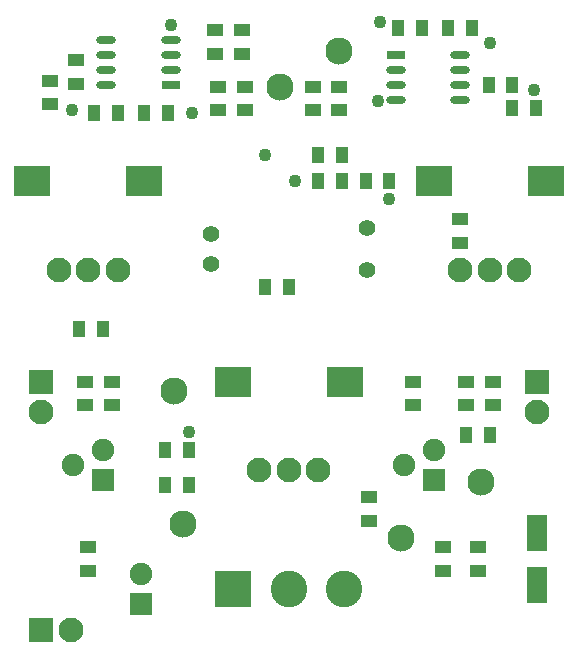
<source format=gts>
G04*
G04 #@! TF.GenerationSoftware,Altium Limited,Altium Designer,24.2.2 (26)*
G04*
G04 Layer_Color=8388736*
%FSLAX25Y25*%
%MOIN*%
G70*
G04*
G04 #@! TF.SameCoordinates,D69A43C9-FDAF-4BAE-836A-D486D32142D5*
G04*
G04*
G04 #@! TF.FilePolarity,Negative*
G04*
G01*
G75*
%ADD19R,0.05315X0.04331*%
%ADD20R,0.04331X0.05315*%
%ADD21R,0.06693X0.12205*%
%ADD22O,0.06496X0.02756*%
%ADD23R,0.06496X0.02756*%
%ADD24C,0.09055*%
%ADD25R,0.12205X0.10236*%
%ADD26C,0.08268*%
%ADD27C,0.07480*%
%ADD28R,0.07480X0.07480*%
%ADD29C,0.05512*%
%ADD30C,0.12205*%
%ADD31R,0.12205X0.12205*%
%ADD32R,0.07480X0.07480*%
%ADD33R,0.08268X0.08268*%
%ADD34R,0.08268X0.08268*%
%ADD35C,0.04331*%
D19*
X163386Y333661D02*
D03*
Y341535D02*
D03*
X157480Y232283D02*
D03*
Y224410D02*
D03*
X169291D02*
D03*
Y232283D02*
D03*
X82677Y385827D02*
D03*
Y377953D02*
D03*
X91535Y385827D02*
D03*
Y377953D02*
D03*
X81693Y396654D02*
D03*
Y404528D02*
D03*
X35433Y394685D02*
D03*
Y386811D02*
D03*
X90551Y396654D02*
D03*
Y404528D02*
D03*
X26575Y387795D02*
D03*
Y379921D02*
D03*
X123031Y385827D02*
D03*
Y377953D02*
D03*
X114173Y377953D02*
D03*
Y385827D02*
D03*
X38386Y287402D02*
D03*
Y279528D02*
D03*
X165354Y287402D02*
D03*
Y279528D02*
D03*
X147638D02*
D03*
Y287402D02*
D03*
X47244Y279528D02*
D03*
Y287402D02*
D03*
X132874Y241142D02*
D03*
Y249016D02*
D03*
X174213Y279528D02*
D03*
Y287402D02*
D03*
X39370Y232283D02*
D03*
Y224409D02*
D03*
D20*
X72835Y252868D02*
D03*
X64961D02*
D03*
X131890Y354331D02*
D03*
X139764D02*
D03*
X98425Y318898D02*
D03*
X106299D02*
D03*
X65945Y376969D02*
D03*
X58071D02*
D03*
X41339D02*
D03*
X49213D02*
D03*
X188583Y378740D02*
D03*
X180709D02*
D03*
X142717Y405512D02*
D03*
X150591D02*
D03*
X167323D02*
D03*
X159449D02*
D03*
X180709Y386417D02*
D03*
X172835D02*
D03*
X124016Y354331D02*
D03*
X116142D02*
D03*
Y363189D02*
D03*
X124016D02*
D03*
X173228Y269685D02*
D03*
X165354D02*
D03*
X64961Y264764D02*
D03*
X72835D02*
D03*
X44291Y305118D02*
D03*
X36417D02*
D03*
D21*
X188976Y237008D02*
D03*
X188976Y219685D02*
D03*
D22*
X45374Y401201D02*
D03*
Y396201D02*
D03*
Y391201D02*
D03*
Y386201D02*
D03*
X66831Y401201D02*
D03*
Y396201D02*
D03*
Y391201D02*
D03*
X163287Y381279D02*
D03*
Y386280D02*
D03*
Y391280D02*
D03*
Y396280D02*
D03*
X141831Y381279D02*
D03*
Y386280D02*
D03*
Y391280D02*
D03*
D23*
X66831Y386201D02*
D03*
X141831Y396280D02*
D03*
D24*
X67913Y284449D02*
D03*
X70866Y240158D02*
D03*
X103347Y385827D02*
D03*
X170276Y253937D02*
D03*
X143701Y235236D02*
D03*
X123031Y397638D02*
D03*
D25*
X58071Y354331D02*
D03*
X20669D02*
D03*
X87598Y287402D02*
D03*
X125000D02*
D03*
X191929Y354331D02*
D03*
X154527D02*
D03*
D26*
X49213Y324803D02*
D03*
X39370D02*
D03*
X29528D02*
D03*
X96457Y257874D02*
D03*
X106299D02*
D03*
X116142D02*
D03*
X183071Y324803D02*
D03*
X173228D02*
D03*
X163386D02*
D03*
X23622Y277402D02*
D03*
X188976D02*
D03*
X33622Y204724D02*
D03*
D27*
X57087Y223504D02*
D03*
X44449Y264843D02*
D03*
X34449Y259842D02*
D03*
X144606D02*
D03*
X154606Y264843D02*
D03*
D28*
X57087Y213504D02*
D03*
D29*
X132299Y324693D02*
D03*
Y338693D02*
D03*
X80299Y326693D02*
D03*
Y336693D02*
D03*
D30*
X124803Y218504D02*
D03*
X106299D02*
D03*
D31*
X87795D02*
D03*
D32*
X44449Y254842D02*
D03*
X154606D02*
D03*
D33*
X23622Y287402D02*
D03*
X188976D02*
D03*
D34*
X23622Y204724D02*
D03*
D35*
X187992Y384842D02*
D03*
X139764Y348425D02*
D03*
X66929Y406496D02*
D03*
X98425Y363189D02*
D03*
X108268Y354331D02*
D03*
X72835Y270669D02*
D03*
X135827Y381102D02*
D03*
X136614Y407480D02*
D03*
X173228Y400394D02*
D03*
X74016Y377165D02*
D03*
X33858Y377953D02*
D03*
M02*

</source>
